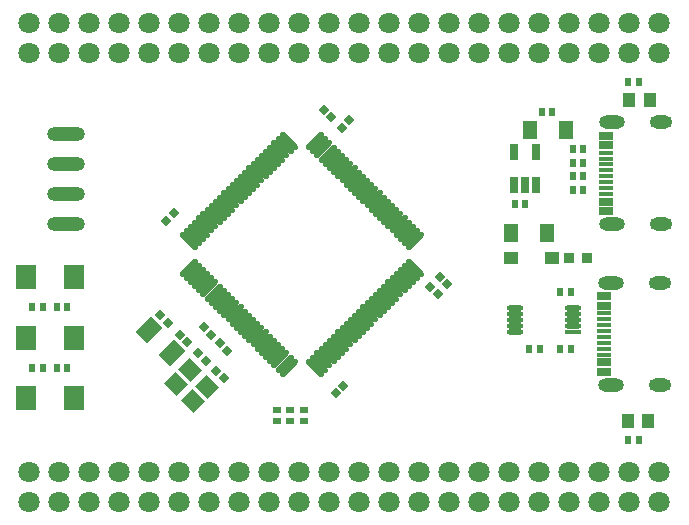
<source format=gts>
G04*
G04 #@! TF.GenerationSoftware,Altium Limited,Altium Designer,20.2.6 (244)*
G04*
G04 Layer_Color=8388736*
%FSLAX25Y25*%
%MOIN*%
G70*
G04*
G04 #@! TF.SameCoordinates,FC4913F0-8007-4352-998A-4485FB7E878D*
G04*
G04*
G04 #@! TF.FilePolarity,Negative*
G04*
G01*
G75*
%ADD36R,0.04737X0.03950*%
G04:AMPARAMS|DCode=37|XSize=70.99mil|YSize=55.24mil|CornerRadius=0mil|HoleSize=0mil|Usage=FLASHONLY|Rotation=225.000|XOffset=0mil|YOffset=0mil|HoleType=Round|Shape=Rectangle|*
%AMROTATEDRECTD37*
4,1,4,0.00557,0.04463,0.04463,0.00557,-0.00557,-0.04463,-0.04463,-0.00557,0.00557,0.04463,0.0*
%
%ADD37ROTATEDRECTD37*%

G04:AMPARAMS|DCode=38|XSize=23.75mil|YSize=27.69mil|CornerRadius=0mil|HoleSize=0mil|Usage=FLASHONLY|Rotation=315.000|XOffset=0mil|YOffset=0mil|HoleType=Round|Shape=Rectangle|*
%AMROTATEDRECTD38*
4,1,4,-0.01818,-0.00139,0.00139,0.01818,0.01818,0.00139,-0.00139,-0.01818,-0.01818,-0.00139,0.0*
%
%ADD38ROTATEDRECTD38*%

%ADD39R,0.02375X0.02769*%
%ADD40R,0.04928X0.01581*%
%ADD41R,0.04928X0.02762*%
%ADD42R,0.04737X0.06312*%
%ADD43R,0.02769X0.05524*%
%ADD44R,0.06627X0.08280*%
%ADD45O,0.12611X0.04737*%
G04:AMPARAMS|DCode=46|XSize=23.75mil|YSize=27.69mil|CornerRadius=0mil|HoleSize=0mil|Usage=FLASHONLY|Rotation=225.000|XOffset=0mil|YOffset=0mil|HoleType=Round|Shape=Rectangle|*
%AMROTATEDRECTD46*
4,1,4,-0.00139,0.01818,0.01818,-0.00139,0.00139,-0.01818,-0.01818,0.00139,-0.00139,0.01818,0.0*
%
%ADD46ROTATEDRECTD46*%

%ADD47R,0.02769X0.02375*%
%ADD48R,0.03950X0.04737*%
%ADD49R,0.03575X0.03802*%
%ADD50R,0.05524X0.01784*%
%ADD51O,0.05524X0.01784*%
G04:AMPARAMS|DCode=52|XSize=19.81mil|YSize=78.87mil|CornerRadius=0mil|HoleSize=0mil|Usage=FLASHONLY|Rotation=45.000|XOffset=0mil|YOffset=0mil|HoleType=Round|Shape=Round|*
%AMOVALD52*
21,1,0.05906,0.01981,0.00000,0.00000,135.0*
1,1,0.01981,0.02088,-0.02088*
1,1,0.01981,-0.02088,0.02088*
%
%ADD52OVALD52*%

G04:AMPARAMS|DCode=53|XSize=19.81mil|YSize=78.87mil|CornerRadius=0mil|HoleSize=0mil|Usage=FLASHONLY|Rotation=135.000|XOffset=0mil|YOffset=0mil|HoleType=Round|Shape=Round|*
%AMOVALD53*
21,1,0.05906,0.01981,0.00000,0.00000,225.0*
1,1,0.01981,0.02088,0.02088*
1,1,0.01981,-0.02088,-0.02088*
%
%ADD53OVALD53*%

G04:AMPARAMS|DCode=54|XSize=59.18mil|YSize=55.24mil|CornerRadius=0mil|HoleSize=0mil|Usage=FLASHONLY|Rotation=135.000|XOffset=0mil|YOffset=0mil|HoleType=Round|Shape=Rectangle|*
%AMROTATEDRECTD54*
4,1,4,0.04046,-0.00139,0.00139,-0.04046,-0.04046,0.00139,-0.00139,0.04046,0.04046,-0.00139,0.0*
%
%ADD54ROTATEDRECTD54*%

%ADD55O,0.07487X0.04337*%
%ADD56O,0.08668X0.04337*%
%ADD57C,0.07099*%
D36*
X320698Y177846D02*
D03*
X307199D02*
D03*
D37*
X194255Y146047D02*
D03*
X186461Y153842D02*
D03*
D38*
X190247Y158753D02*
D03*
X192752Y156247D02*
D03*
X280248Y168253D02*
D03*
X282753Y165747D02*
D03*
X199253Y149747D02*
D03*
X196748Y152253D02*
D03*
X204748Y154753D02*
D03*
X207253Y152247D02*
D03*
X283495Y171505D02*
D03*
X286000Y169000D02*
D03*
X244747Y227253D02*
D03*
X247252Y224747D02*
D03*
X202964Y146037D02*
D03*
X205469Y143532D02*
D03*
X212620Y146799D02*
D03*
X210115Y149305D02*
D03*
X211367Y137634D02*
D03*
X208862Y140140D02*
D03*
D39*
X316772Y147500D02*
D03*
X313229Y147500D02*
D03*
X346210Y236494D02*
D03*
X349753Y236494D02*
D03*
X349772Y117000D02*
D03*
X346229Y117000D02*
D03*
X317457Y226500D02*
D03*
X321000Y226500D02*
D03*
X308380Y195889D02*
D03*
X311923Y195888D02*
D03*
X155728Y161500D02*
D03*
X159271Y161500D02*
D03*
X147500Y161500D02*
D03*
X151043Y161500D02*
D03*
X323497Y166500D02*
D03*
X327040Y166500D02*
D03*
X155729Y141000D02*
D03*
X159272Y141000D02*
D03*
X331256Y214000D02*
D03*
X327713Y214000D02*
D03*
X327713Y205000D02*
D03*
X331256Y205000D02*
D03*
X331256Y200500D02*
D03*
X327713Y200500D02*
D03*
X327713Y209500D02*
D03*
X331256Y209500D02*
D03*
X327040Y147500D02*
D03*
X323497Y147501D02*
D03*
X147500Y141000D02*
D03*
X151043Y141000D02*
D03*
D40*
X338199Y145610D02*
D03*
Y147579D02*
D03*
Y149547D02*
D03*
Y151516D02*
D03*
Y153484D02*
D03*
Y155453D02*
D03*
Y157421D02*
D03*
Y159390D02*
D03*
X338699Y199110D02*
D03*
Y201079D02*
D03*
Y203047D02*
D03*
Y205016D02*
D03*
Y206984D02*
D03*
Y208953D02*
D03*
Y210921D02*
D03*
Y212890D02*
D03*
D41*
X338199Y161949D02*
D03*
Y165098D02*
D03*
Y143051D02*
D03*
Y139901D02*
D03*
X338699Y215449D02*
D03*
Y218598D02*
D03*
Y196551D02*
D03*
Y193401D02*
D03*
D42*
X313595Y220500D02*
D03*
X325406D02*
D03*
X307199Y186000D02*
D03*
X319009D02*
D03*
D43*
X315619Y213012D02*
D03*
X308138D02*
D03*
X311878Y201988D02*
D03*
X308138D02*
D03*
X315619D02*
D03*
D44*
X145626Y171500D02*
D03*
X161374D02*
D03*
Y131000D02*
D03*
X145626D02*
D03*
X161374Y151250D02*
D03*
X145626D02*
D03*
D45*
X159000Y189000D02*
D03*
Y199000D02*
D03*
Y209000D02*
D03*
Y219000D02*
D03*
D46*
X248747Y132748D02*
D03*
X251253Y135253D02*
D03*
X253253Y223753D02*
D03*
X250747Y221248D02*
D03*
X192247Y190247D02*
D03*
X194753Y192752D02*
D03*
D47*
X238113Y123457D02*
D03*
X238113Y127000D02*
D03*
X233564D02*
D03*
X233564Y123457D02*
D03*
X229016Y127000D02*
D03*
X229015Y123457D02*
D03*
D48*
X346153Y123500D02*
D03*
X352847D02*
D03*
X353346Y230532D02*
D03*
X346654D02*
D03*
D49*
X332450Y177846D02*
D03*
X326518D02*
D03*
D50*
X327830Y153079D02*
D03*
D51*
Y155048D02*
D03*
Y157016D02*
D03*
Y158984D02*
D03*
Y160953D02*
D03*
X308538D02*
D03*
Y158984D02*
D03*
Y157016D02*
D03*
Y155047D02*
D03*
Y153079D02*
D03*
D52*
X199708Y183385D02*
D03*
X201100Y184777D02*
D03*
X202492Y186169D02*
D03*
X203884Y187561D02*
D03*
X205276Y188953D02*
D03*
X206668Y190345D02*
D03*
X208060Y191737D02*
D03*
X209452Y193129D02*
D03*
X210844Y194521D02*
D03*
X212236Y195913D02*
D03*
X213628Y197305D02*
D03*
X215019Y198697D02*
D03*
X216411Y200089D02*
D03*
X217803Y201481D02*
D03*
X219195Y202872D02*
D03*
X220587Y204264D02*
D03*
X221979Y205656D02*
D03*
X223371Y207048D02*
D03*
X224763Y208440D02*
D03*
X226155Y209832D02*
D03*
X227547Y211224D02*
D03*
X228939Y212616D02*
D03*
X230331Y214008D02*
D03*
X231723Y215400D02*
D03*
X233115Y216792D02*
D03*
X275293Y174614D02*
D03*
X273901Y173222D02*
D03*
X272509Y171830D02*
D03*
X271117Y170438D02*
D03*
X269725Y169046D02*
D03*
X268333Y167654D02*
D03*
X266941Y166262D02*
D03*
X265549Y164870D02*
D03*
X264157Y163478D02*
D03*
X262765Y162086D02*
D03*
X261373Y160694D02*
D03*
X259981Y159302D02*
D03*
X258590Y157911D02*
D03*
X257198Y156519D02*
D03*
X255806Y155127D02*
D03*
X254414Y153735D02*
D03*
X253022Y152343D02*
D03*
X251630Y150951D02*
D03*
X250238Y149559D02*
D03*
X248846Y148167D02*
D03*
X247454Y146775D02*
D03*
X246062Y145383D02*
D03*
X244670Y143991D02*
D03*
X243278Y142599D02*
D03*
X241886Y141207D02*
D03*
D53*
Y216792D02*
D03*
X243278Y215400D02*
D03*
X244670Y214008D02*
D03*
X246062Y212616D02*
D03*
X247454Y211224D02*
D03*
X248846Y209832D02*
D03*
X250238Y208440D02*
D03*
X251630Y207048D02*
D03*
X253022Y205656D02*
D03*
X254414Y204264D02*
D03*
X255806Y202872D02*
D03*
X257198Y201481D02*
D03*
X258590Y200089D02*
D03*
X259981Y198697D02*
D03*
X261373Y197305D02*
D03*
X262765Y195913D02*
D03*
X264157Y194521D02*
D03*
X265549Y193129D02*
D03*
X266941Y191737D02*
D03*
X268333Y190345D02*
D03*
X269725Y188953D02*
D03*
X271117Y187561D02*
D03*
X272509Y186169D02*
D03*
X273901Y184777D02*
D03*
X275293Y183385D02*
D03*
X233115Y141207D02*
D03*
X231723Y142599D02*
D03*
X230331Y143991D02*
D03*
X228939Y145383D02*
D03*
X227547Y146775D02*
D03*
X226155Y148167D02*
D03*
X224763Y149559D02*
D03*
X223371Y150951D02*
D03*
X221979Y152343D02*
D03*
X220587Y153735D02*
D03*
X219195Y155127D02*
D03*
X217803Y156519D02*
D03*
X216411Y157911D02*
D03*
X215019Y159302D02*
D03*
X213628Y160694D02*
D03*
X212236Y162086D02*
D03*
X210844Y163478D02*
D03*
X209452Y164870D02*
D03*
X208060Y166262D02*
D03*
X206668Y167654D02*
D03*
X205276Y169046D02*
D03*
X203884Y170438D02*
D03*
X202492Y171830D02*
D03*
X201100Y173222D02*
D03*
X199708Y174614D02*
D03*
D54*
X195389Y135832D02*
D03*
X201235Y129986D02*
D03*
X205968Y134718D02*
D03*
X200122Y140564D02*
D03*
D55*
X356801Y169508D02*
D03*
Y135492D02*
D03*
X357301Y223008D02*
D03*
Y188992D02*
D03*
D56*
X340463Y135492D02*
D03*
X340462Y169508D02*
D03*
X340963Y188992D02*
D03*
X340962Y223008D02*
D03*
D57*
X356500Y96500D02*
D03*
Y106500D02*
D03*
X346500Y96500D02*
D03*
Y106500D02*
D03*
X336500Y96500D02*
D03*
Y106500D02*
D03*
X326500Y96500D02*
D03*
Y106500D02*
D03*
X316500Y96500D02*
D03*
Y106500D02*
D03*
X306500Y96500D02*
D03*
Y106500D02*
D03*
X296500Y96500D02*
D03*
Y106500D02*
D03*
X286500Y96500D02*
D03*
Y106500D02*
D03*
X276500Y96500D02*
D03*
Y106500D02*
D03*
X266500Y96500D02*
D03*
Y106500D02*
D03*
X256500Y96500D02*
D03*
Y106500D02*
D03*
X246500Y96500D02*
D03*
Y106500D02*
D03*
X236500Y96500D02*
D03*
Y106500D02*
D03*
X226500Y96500D02*
D03*
Y106500D02*
D03*
X216500Y96500D02*
D03*
Y106500D02*
D03*
X206500Y96500D02*
D03*
Y106500D02*
D03*
X196500Y96500D02*
D03*
Y106500D02*
D03*
X186500Y96500D02*
D03*
Y106500D02*
D03*
X176500Y96500D02*
D03*
Y106500D02*
D03*
X166500Y96500D02*
D03*
Y106500D02*
D03*
X156500D02*
D03*
Y96500D02*
D03*
X146500Y106500D02*
D03*
Y96500D02*
D03*
Y246000D02*
D03*
Y256000D02*
D03*
X156500Y246000D02*
D03*
Y256000D02*
D03*
X166500D02*
D03*
Y246000D02*
D03*
X176500Y256000D02*
D03*
Y246000D02*
D03*
X186500Y256000D02*
D03*
Y246000D02*
D03*
X196500Y256000D02*
D03*
Y246000D02*
D03*
X206500Y256000D02*
D03*
Y246000D02*
D03*
X216500Y256000D02*
D03*
Y246000D02*
D03*
X226500Y256000D02*
D03*
Y246000D02*
D03*
X236500Y256000D02*
D03*
Y246000D02*
D03*
X246500Y256000D02*
D03*
Y246000D02*
D03*
X256500Y256000D02*
D03*
Y246000D02*
D03*
X266500Y256000D02*
D03*
Y246000D02*
D03*
X276500Y256000D02*
D03*
Y246000D02*
D03*
X286500Y256000D02*
D03*
Y246000D02*
D03*
X296500Y256000D02*
D03*
Y246000D02*
D03*
X306500Y256000D02*
D03*
Y246000D02*
D03*
X316500Y256000D02*
D03*
Y246000D02*
D03*
X326500Y256000D02*
D03*
Y246000D02*
D03*
X336500Y256000D02*
D03*
Y246000D02*
D03*
X346500Y256000D02*
D03*
Y246000D02*
D03*
X356500Y256000D02*
D03*
Y246000D02*
D03*
M02*

</source>
